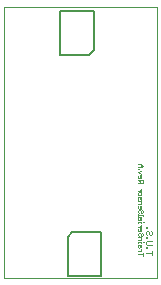
<source format=gbo>
G75*
G70*
%OFA0B0*%
%FSLAX24Y24*%
%IPPOS*%
%LPD*%
%AMOC8*
5,1,8,0,0,1.08239X$1,22.5*
%
%ADD10C,0.0000*%
%ADD11C,0.0010*%
%ADD12C,0.0020*%
%ADD13C,0.0050*%
D10*
X000900Y000980D02*
X000900Y010035D01*
X006018Y010035D01*
X006018Y000980D01*
X000900Y000980D01*
D11*
X005385Y001781D02*
X005535Y001781D01*
X005535Y001731D02*
X005535Y001831D01*
X005485Y001878D02*
X005385Y001878D01*
X005435Y001878D02*
X005485Y001929D01*
X005485Y001954D01*
X005485Y002026D02*
X005485Y002076D01*
X005460Y002101D01*
X005385Y002101D01*
X005385Y002026D01*
X005410Y002001D01*
X005435Y002026D01*
X005435Y002101D01*
X005385Y002149D02*
X005385Y002199D01*
X005385Y002174D02*
X005485Y002174D01*
X005485Y002149D01*
X005535Y002174D02*
X005560Y002174D01*
X005485Y002247D02*
X005485Y002322D01*
X005460Y002347D01*
X005385Y002347D01*
X005410Y002394D02*
X005385Y002419D01*
X005385Y002469D01*
X005410Y002494D01*
X005435Y002494D01*
X005460Y002469D01*
X005460Y002419D01*
X005485Y002394D01*
X005510Y002394D01*
X005535Y002419D01*
X005535Y002469D01*
X005510Y002494D01*
X005460Y002541D02*
X005410Y002541D01*
X005385Y002566D01*
X005385Y002617D01*
X005435Y002642D02*
X005435Y002541D01*
X005460Y002541D02*
X005485Y002566D01*
X005485Y002617D01*
X005460Y002642D01*
X005435Y002642D01*
X005435Y002689D02*
X005485Y002739D01*
X005485Y002764D01*
X005485Y002812D02*
X005485Y002837D01*
X005385Y002837D01*
X005385Y002812D02*
X005385Y002862D01*
X005410Y002910D02*
X005435Y002935D01*
X005435Y003010D01*
X005460Y003010D02*
X005385Y003010D01*
X005385Y002935D01*
X005410Y002910D01*
X005485Y002935D02*
X005485Y002985D01*
X005460Y003010D01*
X005385Y003057D02*
X005385Y003107D01*
X005385Y003082D02*
X005535Y003082D01*
X005535Y003057D01*
X005510Y003155D02*
X005485Y003155D01*
X005460Y003180D01*
X005460Y003230D01*
X005435Y003255D01*
X005410Y003255D01*
X005385Y003230D01*
X005385Y003180D01*
X005410Y003155D01*
X005510Y003155D02*
X005535Y003180D01*
X005535Y003230D01*
X005510Y003255D01*
X005460Y003303D02*
X005410Y003303D01*
X005385Y003328D01*
X005385Y003378D01*
X005435Y003403D02*
X005435Y003303D01*
X005460Y003303D02*
X005485Y003328D01*
X005485Y003378D01*
X005460Y003403D01*
X005435Y003403D01*
X005385Y003450D02*
X005485Y003450D01*
X005485Y003525D01*
X005460Y003550D01*
X005385Y003550D01*
X005385Y003597D02*
X005385Y003672D01*
X005410Y003697D01*
X005435Y003672D01*
X005435Y003622D01*
X005460Y003597D01*
X005485Y003622D01*
X005485Y003697D01*
X005460Y003745D02*
X005410Y003745D01*
X005385Y003770D01*
X005385Y003820D01*
X005410Y003845D01*
X005460Y003845D01*
X005485Y003820D01*
X005485Y003770D01*
X005460Y003745D01*
X005435Y003892D02*
X005485Y003942D01*
X005485Y003967D01*
X005485Y003892D02*
X005385Y003892D01*
X005385Y004162D02*
X005535Y004162D01*
X005535Y004237D01*
X005510Y004262D01*
X005460Y004262D01*
X005435Y004237D01*
X005435Y004162D01*
X005435Y004212D02*
X005385Y004262D01*
X005410Y004309D02*
X005460Y004309D01*
X005485Y004334D01*
X005485Y004384D01*
X005460Y004409D01*
X005435Y004409D01*
X005435Y004309D01*
X005410Y004309D02*
X005385Y004334D01*
X005385Y004384D01*
X005385Y004507D02*
X005485Y004557D01*
X005410Y004604D02*
X005410Y004629D01*
X005385Y004629D01*
X005385Y004604D01*
X005410Y004604D01*
X005385Y004678D02*
X005485Y004678D01*
X005535Y004728D01*
X005485Y004778D01*
X005385Y004778D01*
X005460Y004778D02*
X005460Y004678D01*
X005385Y004507D02*
X005485Y004457D01*
X005535Y002837D02*
X005560Y002837D01*
X005485Y002689D02*
X005385Y002689D01*
X005385Y002247D02*
X005485Y002247D01*
D12*
X005630Y002197D02*
X005630Y002124D01*
X005667Y002087D01*
X005850Y002087D01*
X005850Y002234D02*
X005667Y002234D01*
X005630Y002197D01*
X005630Y002308D02*
X005630Y002345D01*
X005667Y002345D01*
X005667Y002308D01*
X005630Y002308D01*
X005667Y002419D02*
X005630Y002455D01*
X005630Y002529D01*
X005667Y002565D01*
X005703Y002565D01*
X005740Y002529D01*
X005740Y002455D01*
X005777Y002419D01*
X005813Y002419D01*
X005850Y002455D01*
X005850Y002529D01*
X005813Y002565D01*
X005667Y002640D02*
X005667Y002676D01*
X005630Y002676D01*
X005630Y002640D01*
X005667Y002640D01*
X005667Y002013D02*
X005630Y002013D01*
X005630Y001977D01*
X005667Y001977D01*
X005667Y002013D01*
X005630Y001829D02*
X005850Y001829D01*
X005850Y001756D02*
X005850Y001902D01*
D13*
X004131Y002482D02*
X004131Y001065D01*
X003029Y001065D01*
X003029Y002364D01*
X003186Y002522D01*
X004131Y002522D01*
X003732Y008415D02*
X002787Y008415D01*
X002787Y008454D02*
X002787Y009871D01*
X003890Y009871D01*
X003890Y008572D01*
X003732Y008415D01*
M02*

</source>
